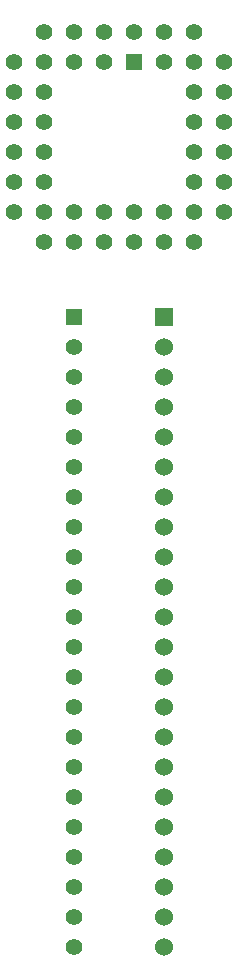
<source format=gbr>
%TF.GenerationSoftware,KiCad,Pcbnew,(6.0.4)*%
%TF.CreationDate,2022-05-05T12:14:13+01:00*%
%TF.ProjectId,LCC-QFP-44-to-DIL,4c43432d-5146-4502-9d34-342d746f2d44,rev?*%
%TF.SameCoordinates,Original*%
%TF.FileFunction,Soldermask,Bot*%
%TF.FilePolarity,Negative*%
%FSLAX46Y46*%
G04 Gerber Fmt 4.6, Leading zero omitted, Abs format (unit mm)*
G04 Created by KiCad (PCBNEW (6.0.4)) date 2022-05-05 12:14:13*
%MOMM*%
%LPD*%
G01*
G04 APERTURE LIST*
%ADD10R,1.422400X1.422400*%
%ADD11C,1.422400*%
%ADD12R,1.524000X1.524000*%
%ADD13C,1.524000*%
G04 APERTURE END LIST*
D10*
%TO.C,IC1*%
X142240000Y-71120000D03*
D11*
X139700000Y-68580000D03*
X139700000Y-71120000D03*
X137160000Y-68580000D03*
X137160000Y-71120000D03*
X134620000Y-68580000D03*
X132080000Y-71120000D03*
X134620000Y-71120000D03*
X132080000Y-73660000D03*
X134620000Y-73660000D03*
X132080000Y-76200000D03*
X134620000Y-76200000D03*
X132080000Y-78740000D03*
X134620000Y-78740000D03*
X132080000Y-81280000D03*
X134620000Y-81280000D03*
X132080000Y-83820000D03*
X134620000Y-86360000D03*
X134620000Y-83820000D03*
X137160000Y-86360000D03*
X137160000Y-83820000D03*
X139700000Y-86360000D03*
X139700000Y-83820000D03*
X142240000Y-86360000D03*
X142240000Y-83820000D03*
X144780000Y-86360000D03*
X144780000Y-83820000D03*
X147320000Y-86360000D03*
X149860000Y-83820000D03*
X147320000Y-83820000D03*
X149860000Y-81280000D03*
X147320000Y-81280000D03*
X149860000Y-78740000D03*
X147320000Y-78740000D03*
X149860000Y-76200000D03*
X147320000Y-76200000D03*
X149860000Y-73660000D03*
X147320000Y-73660000D03*
X149860000Y-71120000D03*
X147320000Y-68580000D03*
X147320000Y-71120000D03*
X144780000Y-68580000D03*
X144780000Y-71120000D03*
X142240000Y-68580000D03*
%TD*%
D10*
%TO.C,J1-22*%
X137160000Y-92710000D03*
D11*
X137160000Y-95250000D03*
X137160000Y-97790000D03*
X137160000Y-100330000D03*
X137160000Y-102870000D03*
X137160000Y-105410000D03*
X137160000Y-107950000D03*
X137160000Y-110490000D03*
X137160000Y-113030000D03*
X137160000Y-115570000D03*
X137160000Y-118110000D03*
X137160000Y-120650000D03*
X137160000Y-123190000D03*
X137160000Y-125730000D03*
X137160000Y-128270000D03*
X137160000Y-130810000D03*
X137160000Y-133350000D03*
X137160000Y-135890000D03*
X137160000Y-138430000D03*
X137160000Y-140970000D03*
X137160000Y-143510000D03*
X137160000Y-146050000D03*
%TD*%
D12*
%TO.C,J23-44*%
X144780000Y-92710000D03*
D13*
X144780000Y-95250000D03*
X144780000Y-97790000D03*
X144780000Y-100330000D03*
X144780000Y-102870000D03*
X144780000Y-105410000D03*
X144780000Y-107950000D03*
X144780000Y-110490000D03*
X144780000Y-113030000D03*
X144780000Y-115570000D03*
X144780000Y-118110000D03*
X144780000Y-120650000D03*
X144780000Y-123190000D03*
X144780000Y-125730000D03*
X144780000Y-128270000D03*
X144780000Y-130810000D03*
X144780000Y-133350000D03*
X144780000Y-135890000D03*
X144780000Y-138430000D03*
X144780000Y-140970000D03*
X144780000Y-143510000D03*
X144780000Y-146050000D03*
%TD*%
M02*

</source>
